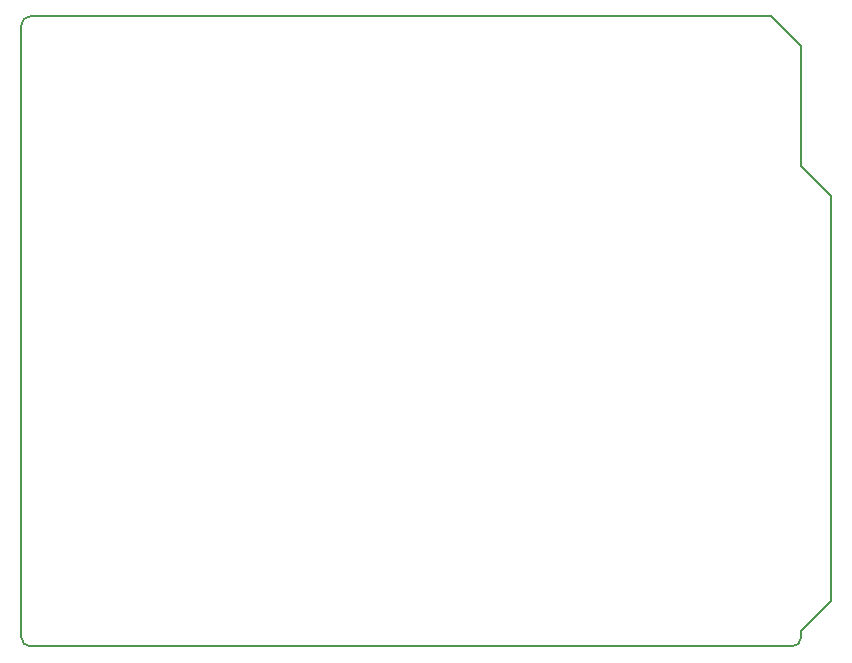
<source format=gbr>
%TF.GenerationSoftware,KiCad,Pcbnew,8.0.8*%
%TF.CreationDate,2025-02-03T17:06:43-07:00*%
%TF.ProjectId,ArduinoShieldThermoPro,41726475-696e-46f5-9368-69656c645468,rev?*%
%TF.SameCoordinates,Original*%
%TF.FileFunction,Profile,NP*%
%FSLAX46Y46*%
G04 Gerber Fmt 4.6, Leading zero omitted, Abs format (unit mm)*
G04 Created by KiCad (PCBNEW 8.0.8) date 2025-02-03 17:06:43*
%MOMM*%
%LPD*%
G01*
G04 APERTURE LIST*
%TA.AperFunction,Profile*%
%ADD10C,0.150000*%
%TD*%
G04 APERTURE END LIST*
D10*
X166040000Y-59360000D02*
X168580000Y-61900000D01*
X100000000Y-99238000D02*
X100000000Y-47422000D01*
X168580000Y-61900000D02*
X168580000Y-96190000D01*
X165278000Y-100000000D02*
X100762000Y-100000000D01*
X100762000Y-46660000D02*
X163500000Y-46660000D01*
X100762000Y-100000000D02*
G75*
G02*
X100000000Y-99238000I0J762000D01*
G01*
X168580000Y-96190000D02*
X166040000Y-98730000D01*
X163500000Y-46660000D02*
X166040000Y-49200000D01*
X166040000Y-99238000D02*
G75*
G02*
X165278000Y-100000000I-762000J0D01*
G01*
X166040000Y-49200000D02*
X166040000Y-59360000D01*
X166040000Y-98730000D02*
X166040000Y-99238000D01*
X100000000Y-47422000D02*
G75*
G02*
X100762000Y-46660000I762000J0D01*
G01*
M02*

</source>
